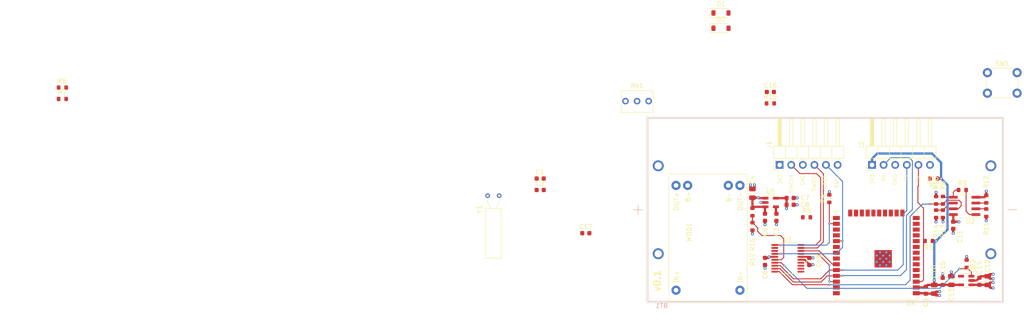
<source format=kicad_pcb>
(kicad_pcb (version 20221018) (generator pcbnew)
  (title_block (title "${Revision}") (date "2024-01-31") (company "WIFI meter pulse counter"))
  (layers (0 "F.Cu" signal) (1 "In1.Cu" signal) (2 "In2.Cu" signal) (31 "B.Cu" signal) (34 "B.Paste" user) (35 "F.Paste" user) (36 "B.SilkS" user "B.Silkscreen") (37 "F.SilkS" user "F.Silkscreen") (38 "B.Mask" user) (39 "F.Mask" user) (44 "Edge.Cuts" user))
  (property "Revision" "0.1")
  (net 0 "")
  (net 1 "/OSC1")
  (net 2 "/OSC2")
  (net 3 "/V_SENS")
  (net 4 "/ESP32_E")
  (net 5 "/RX")
  (net 6 "/PULSE")
  (net 11 "/SCL")
  (net 12 "/SDA")
  (net 13 "/TX")
  (net 14 "/BOOT0")
  (net 15 "/NRST")
  (net 16 "+3V3")
  (net 17 "GND")
  (net 18 "/SWDIO")
  (net 19 "/SWCLK")
  (net 20 "/IO00")
  (net 21 "/EN")
  (net 22 "+3.3VDAC")
  (net 24 "/SWO")
  (net 51 "Net-(U2B-+)")
  (net 52 "Net-(R9-Pad1)")
  (net 53 "Net-(U2A--)")
  (net 54 "Net-(U2A-+)")
  (net 55 "Net-(U2B--)")
  (net 56 "Net-(D1-A)")
  (net 57 "Net-(U5-BP)")
  (net 58 "VBUS")
  (net 59 "/EMITER")
  (net 60 "/B+")
  (net 61 "/B-")
  (footprint "RF_Module:ESP32-WROOM-32U" (layer "F.Cu") (at 179.9 79.41 180)
    (fp_text reference "U4")
    (fp_text value "ESP32-WROOM-32U")
  )
  (footprint "Resistor_SMD:R_0603_1608Metric" (layer "F.Cu") (at 199.7 81.2 -90)
    (fp_text reference "R2")
    (fp_text value "R0603_10k_1%_100mW_100PPM_AC")
  )
  (footprint "Resistor_SMD:R_0603_1608Metric" (layer "F.Cu") (at 204 70 -90)
    (fp_text reference "R11")
    (fp_text value "R0603_10k_1%_100mW_100PPM_AC")
  )
  (footprint "Resistor_SMD:R_0603_1608Metric" (layer "F.Cu") (at 164.61 71)
    (fp_text reference "R3")
    (fp_text value "R0603_10k_1%_100mW_100PPM_AC")
  )
  (footprint "Capacitor_SMD:C_0603_1608Metric" (layer "F.Cu") (at 158 71 -90)
    (fp_text reference "C3")
    (fp_text value "C0603_10nF_10V_X7R")
  )
  (footprint "Resistor_SMD:R_0603_1608Metric" (layer "F.Cu") (at 194.5 70.25 -90)
    (fp_text reference "R13")
    (fp_text value "R0603_180k_1%_100mW_100PPM_AC")
  )
  (footprint "Capacitor_SMD:C_0603_1608Metric" (layer "F.Cu") (at 161 66.75)
    (fp_text reference "C7")
    (fp_text value "C0603_100nF_16V_X7R")
  )
  (footprint "Capacitor_SMD:C_0805_2012Metric" (layer "F.Cu") (at 204.3 84.9 90)
    (fp_text reference "C12")
    (fp_text value "C0805_10µF_10V_X7R")
  )
  (footprint "Resistor_SMD:R_0603_1608Metric" (layer "F.Cu") (at 152.75 73 -90)
    (fp_text reference "R17")
    (fp_text value "R0603_100k_1%_100mW_100PPM_AC")
  )
  (footprint "Capacitor_SMD:C_0603_1608Metric" (layer "F.Cu") (at 106.225 62.49)
    (fp_text reference "C1")
    (fp_text value "C0603_10pF_10V_X7R")
  )
  (footprint "Capacitor_SMD:C_0805_2012Metric" (layer "F.Cu") (at 152.75 65.75 90)
    (fp_text reference "C4")
    (fp_text value "C0805_1µF_10V_X7R")
  )
  (footprint "Resistor_SMD:R_0603_1608Metric" (layer "F.Cu") (at 156.675 46)
    (fp_text reference "R15")
    (fp_text value "R0603_100k_1%_100mW_100PPM_AC")
  )
  (footprint "Connector_PinHeader_2.54mm:PinHeader_1x06_P2.54mm_Horizontal" (layer "F.Cu") (at 158.71 59.5 90)
    (fp_text reference "J1")
    (fp_text value "Conn_01x06_Pin")
  )
  (footprint "Capacitor_SMD:C_0603_1608Metric" (layer "F.Cu") (at 161 68.25)
    (fp_text reference "C8")
    (fp_text value "C0603_2.2µF_10V_X7R")
  )
  (footprint "Resistor_SMD:R_0603_1608Metric" (layer "F.Cu") (at 169.6 66.9 90)
    (fp_text reference "R4")
    (fp_text value "R0603_10k_1%_100mW_100PPM_AC")
  )
  (footprint "Resistor_SMD:R_0603_1608Metric" (layer "F.Cu") (at 192.5 62.5 180)
    (fp_text reference "R1")
    (fp_text value "R0603_10k_1%_100mW_100PPM_AC")
  )
  (footprint "Capacitor_SMD:C_0603_1608Metric" (layer "F.Cu") (at 196.75 72.75 -90)
    (fp_text reference "C11")
    (fp_text value "C0603_100nF_16V_X7R")
  )
  (footprint "Capacitor_SMD:C_0603_1608Metric" (layer "F.Cu") (at 190.75 87 -90)
    (fp_text reference "C9")
    (fp_text value "C0603_100nF_16V_X7R")
  )
  (footprint "Package_TO_SOT_SMD:SOT-23-5" (layer "F.Cu") (at 199.6 84.875 180)
    (fp_text reference "U3")
    (fp_text value "XC6220B331MR")
  )
  (footprint "Potentiometer_THT:Potentiometer_Bourns_3266Y_Vertical" (layer "F.Cu") (at 130 45.5)
    (fp_text reference "RV1")
    (fp_text value "R_Potentiometer_Small")
  )
  (footprint "Package_TO_SOT_SMD:SOT-23-5" (layer "F.Cu") (at 156.75 67.75)
    (fp_text reference "U5")
    (fp_text value "LP2985-3.3")
  )
  (footprint "Capacitor_SMD:C_0603_1608Metric" (layer "F.Cu") (at 202.5 85.05 90)
    (fp_text reference "C14")
    (fp_text value "C0603_100nF_16V_X7R")
  )
  (footprint "Resistor_SMD:R_0603_1608Metric" (layer "F.Cu") (at 193 67.25 90)
    (fp_text reference "R10")
    (fp_text value "R0603_10k_1%_100mW_100PPM_AC")
  )
  (footprint "Resistor_SMD:R_0603_1608Metric" (layer "F.Cu") (at 204 67 90)
    (fp_text reference "R12")
    (fp_text value "R0603_100k_1%_100mW_100PPM_AC")
  )
  (footprint "Capacitor_SMD:C_0805_2012Metric" (layer "F.Cu") (at 192.6 86.8 -90)
    (fp_text reference "C10")
    (fp_text value "C0805_10µF_6.3V_X7R")
  )
  (footprint "Capacitor_SMD:C_0603_1608Metric" (layer "F.Cu") (at 155.5 71 -90)
    (fp_text reference "C5")
    (fp_text value "C0603_100nF_16V_X7R")
  )
  (footprint "Resistor_SMD:R_0603_1608Metric" (layer "F.Cu") (at 191.4 76.2 180)
    (fp_text reference "R5")
    (fp_text value "R0603_10k_1%_100mW_100PPM_AC")
  )
  (footprint "Capacitor_SMD:C_0805_2012Metric" (layer "F.Cu") (at 196.35 84.875 90)
    (fp_text reference "C13")
    (fp_text value "C0805_4.7µF_6.3V_X7R")
  )
  (footprint "Capacitor_SMD:C_0603_1608Metric" (layer "F.Cu") (at 156.675 43.49)
    (fp_text reference "C16")
    (fp_text value "C0603_1µF_6.3V_X7R")
  )
  (footprint "TP4056-Module:TP4056-Module" (layer "F.Cu") (at 151.605 89.505 90)
    (fp_text reference "MOD1")
    (fp_text value "TP4056 MODULE")
  )
  (footprint "Crystal:Crystal_AT310_D3.0mm_L10.0mm_Horizontal" (layer "F.Cu") (at 94.7 66.25)
    (fp_text reference "Y1")
    (fp_text value "Crystal")
  )
  (footprint "Package_SO:TSSOP-20_4.4x6.5mm_P0.65mm" (layer "F.Cu") (at 160.5 80)
    (fp_text reference "U1")
    (fp_text value "STM32L031F6Px")
  )
  (footprint "Package_SO:SOIC-8_3.9x4.9mm_P1.27mm" (layer "F.Cu") (at 199.25 68.5 180)
    (fp_text reference "U2")
    (fp_text value "LM2904")
  )
  (footprint "Resistor_SMD:R_0603_1608Metric" (layer "F.Cu") (at 1.505 45.025)
    (fp_text reference "R7")
    (fp_text value "R0603_4.7k_1%_100mW_100PPM_AC")
  )
  (footprint "Resistor_SMD:R_0603_1608Metric" (layer "F.Cu") (at 193 70.25 90)
    (fp_text reference "R14")
    (fp_text value "R0603_1.5M_1%_100mW_100PPM_RC")
  )
  (footprint "Resistor_SMD:R_0603_1608Metric" (layer "F.Cu") (at 198.75 65 180)
    (fp_text reference "R9")
    (fp_text value "R0603_10k_1%_100mW_100PPM_AC")
  )
  (footprint "Button_Switch_THT:SW_PUSH_6mm_H4.3mm" (layer "F.Cu") (at 204.25 39.25)
    (fp_text reference "SW1")
    (fp_text value "SW_Push")
  )
  (footprint "Capacitor_SMD:C_0603_1608Metric" (layer "F.Cu") (at 116.225 74.49)
    (fp_text reference "C17")
    (fp_text value "C0603_100nF_16V_X7R")
  )
  (footprint "Capacitor_SMD:C_0603_1608Metric" (layer "F.Cu") (at 194.45 85.075 90)
    (fp_text reference "C15")
    (fp_text value "C0603_100nF_16V_X7R")
  )
  (footprint "Resistor_SMD:R_0603_1608Metric" (layer "F.Cu") (at 152.75 69.825 -90)
    (fp_text reference "R16")
    (fp_text value "R0603_100k_1%_100mW_100PPM_AC")
  )
  (footprint "Capacitor_SMD:C_0603_1608Metric" (layer "F.Cu") (at 106.225 65)
    (fp_text reference "C2")
    (fp_text value "C0603_10pF_10V_X7R")
  )
  (footprint "Connector_PinHeader_2.54mm:PinHeader_1x06_P2.54mm_Horizontal" (layer "F.Cu") (at 178.96 59.5 90)
    (fp_text reference "J2")
    (fp_text value "Conn_01x06_Pin")
  )
  (footprint "Capacitor_SMD:C_0603_1608Metric" (layer "F.Cu") (at 155.5 80.675 -90)
    (fp_text reference "C6")
    (fp_text value "C0603_100nF_16V_X7R")
  )
  (footprint "Diode_SMD:D_SOD-123" (layer "F.Cu") (at 145.85 26.15)
    (fp_text reference "D1")
    (fp_text value "1N4148W")
  )
  (footprint "Resistor_SMD:R_0603_1608Metric" (layer "F.Cu") (at 1.505 42.515)
    (fp_text reference "R6")
    (fp_text value "R0603_4.7k_1%_100mW_100PPM_AC")
  )
  (footprint "Capacitor_SMD:C_0603_1608Metric" (layer "F.Cu") (at 165.2 80.7 90)
    (fp_text reference "C18")
    (fp_text value "C0603_100nF_16V_X7R")
  )
  (footprint "Resistor_SMD:R_0603_1608Metric" (layer "F.Cu") (at 194.5 67.25 -90)
    (fp_text reference "R8")
    (fp_text value "R0603_1.1M_1%_100mW_100PPM_RC")
  )
  (footprint "Diode_SMD:D_SOD-123" (layer "F.Cu") (at 145.85 29.5)
    (fp_text reference "D2")
    (fp_text value "1N4148W")
  )
  (footprint "BK-18650-PC4:BAT_BK-18650-PC4" (layer "B.Cu") (at 168.7 69.35)
    (fp_text reference "BT1")
    (fp_text value "BK-18650-PC4")
  )
  (gr_line (start 207.75 49) (end 207.75 89.75) (stroke (width 0.1)) (layer "Edge.Cuts"))
  (gr_line (start 129.5 89.75) (end 129.5 49) (stroke (width 0.1)) (layer "Edge.Cuts"))
  (gr_line (start 129.5 49) (end 207.75 49) (stroke (width 0.1)) (layer "Edge.Cuts"))
  (gr_line (start 207.75 89.75) (end 129.5 89.75) (stroke (width 0.1)) (layer "Edge.Cuts"))
  (gr_text "NRST" (at 168.75 61.75 90) (layer "F.SilkS") (effects (font (size 0.8 0.8) (thickness 0.1)) (justify right)))
  (gr_text "3V3" (at 179 61.5 90) (layer "F.SilkS") (effects (font (size 0.8 0.8) (thickness 0.1)) (justify right)))
  (gr_text "GND" (at 184 61.5 90) (layer "F.SilkS") (effects (font (size 0.8 0.8) (thickness 0.1)) (justify right)))
  (gr_text "TX" (at 186.5 61.5 90) (layer "F.SilkS") (effects (font (size 0.8 0.8) (thickness 0.1)) (justify right)))
  (gr_text "SWCLK" (at 161.25 61.5 90) (layer "F.SilkS") (effects (font (size 0.8 0.8) (thickness 0.1)) (justify right)))
  (gr_text "SWDIO" (at 166.25 61.5 90) (layer "F.SilkS") (effects (font (size 0.8 0.8) (thickness 0.1)) (justify right)))
  (gr_text "SWO" (at 171.25 62 90) (layer "F.SilkS") (effects (font (size 0.8 0.8) (thickness 0.1)) (justify right)))
  (gr_text "GND" (at 163.75 61.5 90) (layer "F.SilkS") (effects (font (size 0.8 0.8) (thickness 0.1)) (justify right)))
  (gr_text "IO0" (at 191.5 61.75 90) (layer "F.SilkS") (effects (font (size 0.8 0.8) (thickness 0.1)) (justify right)))
  (gr_text "RX" (at 181.5 61.5 90) (layer "F.SilkS") (effects (font (size 0.8 0.8) (thickness 0.1)) (justify right)))
  (gr_text "EN" (at 189 61.75 90) (layer "F.SilkS") (effects (font (size 0.8 0.8) (thickness 0.1)) (justify right)))
  (gr_text "3V3" (at 158.75 61.5 90) (layer "F.SilkS") (effects (font (size 0.8 0.8) (thickness 0.1)) (justify right)))
  (gr_text "v${Revision}" (at 132.75 87.5 90) (layer "F.SilkS") (effects (font (size 1.5 1.5) (thickness 0.3) bold) (justify left bottom)))
  (segment (start 152.75 70.65) (end 152.75 72.175) (width 0.2) (layer "F.Cu") (net 3))
  (segment (start 159.6 75.7) (end 158.9 75) (width 0.2) (layer "F.Cu") (net 3))
  (segment (start 159.075 80.325) (end 159.6 79.8) (width 0.2) (layer "F.Cu") (net 3))
  (segment (start 153.9 74.1) (end 153.9 73.325) (width 0.2) (layer "F.Cu") (net 3))
  (segment (start 157.6375 80.325) (end 159.075 80.325) (width 0.2) (layer "F.Cu") (net 3))
  (segment (start 158.9 75) (end 154.8 75) (width 0.2) (layer "F.Cu") (net 3))
  (segment (start 154.8 75) (end 153.9 74.1) (width 0.2) (layer "F.Cu") (net 3))
  (segment (start 153.9 73.325) (end 152.75 72.175) (width 0.2) (layer "F.Cu") (net 3))
  (segment (start 159.6 79.8) (end 159.6 75.7) (width 0.2) (layer "F.Cu") (net 3))
  (segment (start 200 82.3) (end 198.1 82.3) (width 0.2) (layer "F.Cu") (net 4))
  (segment (start 200.7375 83.0375) (end 200 82.3) (width 0.2) (layer "F.Cu") (net 4))
  (segment (start 200.7375 83.925) (end 200.7375 83.0375) (width 0.2) (layer "F.Cu") (net 4))
  (segment (start 159.075 80.975) (end 159.7 81.6) (width 0.2) (layer "F.Cu") (net 4))
  (segment (start 157.6375 80.975) (end 159.075 80.975) (width 0.2) (layer "F.Cu") (net 4))
  (via (at 159.7 81.6) (size 0.45) (drill 0.2) (layers "F.Cu" "B.Cu") (net 4))
  (via (at 198.1 82.3) (size 0.45) (drill 0.2) (layers "F.Cu" "B.Cu") (net 4))
  (segment (start 159.7 81.6) (end 164.7 86.6) (width 0.2) (layer "B.Cu") (net 4))
  (segment (start 164.7 86.6) (end 169.6 86.6) (width 0.2) (layer "B.Cu") (net 4))
  (segment (start 169.6 86.6) (end 193.8 86.6) (width 0.2) (layer "B.Cu") (net 4))
  (segment (start 193.8 86.6) (end 198.1 82.3) (width 0.2) (layer "B.Cu") (net 4))
  (segment (start 167.8 85.2) (end 169.145 83.855) (width 0.2) (layer "F.Cu") (net 5))
  (segment (start 172.445 83.855) (end 172.5 83.8) (width 0.2) (layer "F.Cu") (net 5))
  (segment (start 158.775 82.275) (end 161.7 85.2) (width 0.2) (layer "F.Cu") (net 5))
  (segment (start 169.145 83.855) (end 171.15 83.855) (width 0.2) (layer "F.Cu") (net 5))
  (segment (start 161.7 85.2) (end 167.8 85.2) (width 0.2) (layer "F.Cu") (net 5))
  (segment (start 157.6375 82.275) (end 158.775 82.275) (width 0.2) (layer "F.Cu") (net 5))
  (segment (start 171.15 83.855) (end 172.445 83.855) (width 0.2) (layer "F.Cu") (net 5))
  (via (at 172.5 83.8) (size 0.45) (drill 0.2) (layers "F.Cu" "B.Cu") (net 5))
  (segment (start 183.1 57.9) (end 181.5 59.5) (width 0.2) (layer "B.Cu") (net 5))
  (segment (start 186.5 70.6) (end 187.8 69.3) (width 0.2) (layer "B.Cu") (net 5))
  (segment (start 187.8 58.6) (end 187.1 57.9) (width 0.2) (layer "B.Cu") (net 5))
  (segment (start 187.8 69.3) (end 187.8 58.6) (width 0.2) (layer "B.Cu") (net 5))
  (segment (start 172.5 83.8) (end 185.2 83.8) (width 0.2) (layer "B.Cu") (net 5))
  (segment (start 187.1 57.9) (end 183.1 57.9) (width 0.2) (layer "B.Cu") (net 5))
  (segment (start 186.5 82.5) (end 186.5 70.6) (width 0.2) (layer "B.Cu") (net 5))
  (segment (start 185.2 83.8) (end 186.5 82.5) (width 0.2) (layer "B.Cu") (net 5))
  (segment (start 193 68.075) (end 191.625 68.075) (width 0.2) (layer "F.Cu") (net 6))
  (segment (start 197.865 69.135) (end 196.775 69.135) (width 0.2) (layer "F.Cu") (net 6))
  (segment (start 191.625 68.075) (end 191.6 68.1) (width 0.2) (layer "F.Cu") (net 6))
  (segment (start 198.5 67.75) (end 198.5 68.5) (width 0.2) (layer "F.Cu") (net 6))
  (segment (start 198 67.25) (end 198.5 67.75) (width 0.2) (layer "F.Cu") (net 6))
  (segment (start 158.625 82.925) (end 157.6375 82.925) (width 0.2) (layer "F.Cu") (net 6))
  (segment (start 169.6 85.8) (end 161.5 85.8) (width 0.2) (layer "F.Cu") (net 6))
  (segment (start 195.325 67.25) (end 198 67.25) (width 0.2) (layer "F.Cu") (net 6))
  (segment (start 161.5 85.8) (end 158.625 82.925) (width 0.2) (layer "F.Cu") (net 6))
  (segment (start 194.5 68.075) (end 195.325 67.25) (width 0.2) (layer "F.Cu") (net 6))
  (segment (start 194.5 68.075) (end 193 68.075) (width 0.2) (layer "F.Cu") (net 6))
  (segment (start 198.5 68.5) (end 197.865 69.135) (width 0.2) (layer "F.Cu") (net 6))
  (via (at 191.6 68.1) (size 0.45) (drill 0.2) (layers "F.Cu" "B.Cu") (net 6))
  (via (at 169.6 85.8) (size 0.45) (drill 0.2) (layers "F.Cu" "B.Cu") (net 6))
  (segment (start 187.3 84.8) (end 186.3 85.8) (width 0.2) (layer "B.Cu") (net 6))
  (segment (start 186.3 85.8) (end 169.6 85.8) (width 0.2) (layer "B.Cu") (net 6))
  (segment (start 191.6 68.1) (end 190 68.1) (width 0.2) (layer "B.Cu") (net 6))
  (segment (start 190 68.1) (end 187.3 70.8) (width 0.2) (layer "B.Cu") (net 6))
  (segment (start 187.3 70.8) (end 187.3 84.8) (width 0.2) (layer "B.Cu") (net 6))
  (segment (start 167.125 79.025) (end 163.3625 79.025) (width 0.2) (layer "F.Cu") (net 11))
  (segment (start 169.625 85.125) (end 171.15 85.125) (width 0.2) (layer "F.Cu") (net 11))
  (segment (start 169.6 81.5) (end 167.125 79.025) (width 0.2) (layer "F.Cu") (net 11))
  (segment (start 169.6 85.1) (end 169.625 85.125) (width 0.2) (layer "F.Cu") (net 11))
  (via (at 169.6 81.5) (size 0.45) (drill 0.2) (layers "F.Cu" "B.Cu") (net 11))
  (via (at 169.6 85.1) (size 0.45) (drill 0.2) (layers "F.Cu" "B.Cu") (net 11))
  (segment (start 169.6 81.5) (end 169.6 85.1) (width 0.2) (layer "B.Cu") (net 11))
  (segment (start 170.315 81.315) (end 167.375 78.375) (width 0.2) (layer "F.Cu") (net 12))
  (segment (start 171.15 81.315) (end 170.315 81.315) (width 0.2) (layer "F.Cu") (net 12))
  (segment (start 167.375 78.375) (end 163.3625 78.375) (width 0.2) (layer "F.Cu") (net 12))
  (segment (start 171.15 82.585) (end 169.6325 82.585) (width 0.2) (layer "F.Cu") (net 13))
  (segment (start 171.15 82.585) (end 172.485 82.585) (width 0.2) (layer "F.Cu") (net 13))
  (segment (start 161.75 84.5) (end 158.875 81.625) (width 0.2) (layer "F.Cu") (net 13))
  (segment (start 167.7175 84.5) (end 161.75 84.5) (width 0.2) (layer "F.Cu") (net 13))
  (segment (start 172.485 82.585) (end 172.5 82.6) (width 0.2) (layer "F.Cu") (net 13))
  (segment (start 169.6325 82.585) (end 167.7175 84.5) (width 0.2) (layer "F.Cu") (net 13))
  (segment (start 158.875 81.625) (end 157.6375 81.625) (width 0.2) (layer "F.Cu") (net 13))
  (via (at 172.5 82.6) (size 0.45) (drill 0.2) (layers "F.Cu" "B.Cu") (net 13))
  (segment (start 185.8 81.4) (end 185.8 70.3) (width 0.2) (layer "B.Cu") (net 13))
  (segment (start 185.8 70.3) (end 186.58 69.52) (width 0.2) (layer "B.Cu") (net 13))
  (segment (start 172.5 82.6) (end 184.6 82.6) (width 0.2) (layer "B.Cu") (net 13))
  (segment (start 184.6 82.6) (end 185.8 81.4) (width 0.2) (layer "B.Cu") (net 13))
  (segment (start 186.58 69.52) (end 186.58 59.5) (width 0.2) (layer "B.Cu") (net 13))
  (segment (start 158.875 77.075) (end 158.9 77.1) (width 0.2) (layer "F.Cu") (net 14))
  (segment (start 169.6 72.4) (end 169.6 67.725) (width 0.2) (layer "F.Cu") (net 14))
  (segment (start 157.6375 77.075) (end 158.875 77.075) (width 0.2) (layer "F.Cu") (net 14))
  (segment (start 171.125 72.4) (end 171.15 72.425) (width 0.2) (layer "F.Cu") (net 14))
  (segment (start 169.6 72.4) (end 171.125 72.4) (width 0.2) (layer "F.Cu") (net 14))
  (via (at 169.6 72.4) (size 0.45) (drill 0.2) (layers "F.Cu" "B.Cu") (net 14))
  (via (at 158.9 77.1) (size 0.45) (drill 0.2) (layers "F.Cu" "B.Cu") (net 14))
  (segment (start 169 77.1) (end 158.9 77.1) (width 0.2) (layer "B.Cu") (net 14))
  (segment (start 169.6 76.5) (end 169 77.1) (width 0.2) (layer "B.Cu") (net 14))
  (segment (start 169.6 72.4) (end 169.6 76.5) (width 0.2) (layer "B.Cu") (net 14))
  (segment (start 171.185 76.2) (end 171.15 76.235) (width 0.2) (layer "F.Cu") (net 15))
  (segment (start 172.5 76.2) (end 171.185 76.2) (width 0.2) (layer "F.Cu") (net 15))
  (segment (start 158.875 79.025) (end 158.9 79) (width 0.2) (layer "F.Cu") (net 15))
  (segment (start 157.6375 79.025) (end 158.875 79.025) (width 0.2) (layer "F.Cu") (net 15))
  (via (at 158.9 79) (size 0.45) (drill 0.2) (layers "F.Cu" "B.Cu") (net 15))
  (via (at 172.5 76.2) (size 0.45) (drill 0.2) (layers "F.Cu" "B.Cu") (net 15))
  (segment (start 172.51 63.14) (end 168.87 59.5) (width 0.2) (layer "B.Cu") (net 15))
  (segment (start 158.9 79) (end 171.1 79) (width 0.2) (layer "B.Cu") (net 15))
  (segment (start 172.5 76.2) (end 172.51 76.19) (width 0.2) (layer "B.Cu") (net 15))
  (segment (start 171.1 79) (end 172.5 77.6) (width 0.2) (layer "B.Cu") (net 15))
  (segment (start 172.5 77.6) (end 172.5 76.2) (width 0.2) (layer "B.Cu") (net 15))
  (segment (start 172.51 76.19) (end 172.51 63.14) (width 0.2) (layer "B.Cu") (net 15))
  (segment (start 160.225 69.075) (end 160.225 68.25) (width 0.5) (layer "F.Cu") (net 16))
  (segment (start 193 71.075) (end 193 72) (width 0.5) (layer "F.Cu") (net 16))
  (segment (start 156.2 79.9) (end 156.4 79.7) (width 0.5) (layer "F.Cu") (net 16))
  (segment (start 199.7 80.375) (end 199.7 79.6) (width 0.5) (layer "F.Cu") (net 16))
  (segment (start 197.975 71.975) (end 198 72) (width 0.5) (layer "F.Cu") (net 16))
  (segment (start 163.3625 79.675) (end 164.95 79.675) (width 0.4) (layer "F.Cu") (net 16))
  (segment (start 156.425 79.675) (end 156.4 79.7) (width 0.5) (layer "F.Cu") (net 16))
  (segment (start 165.975 79.925) (end 166 79.9) (width 0.4) (layer "F.Cu") (net 16))
  (segment (start 196.775 70.405) (end 196.775 71.95) (width 0.5) (layer "F.Cu") (net 16))
  (segment (start 157.8875 66.8) (end 160.175 66.8) (width 0.5) (layer "F.Cu") (net 16))
  (segment (start 160.175 66.8) (end 160.225 66.75) (width 0.5) (layer "F.Cu") (net 16))
  (segment (start 164.95 79.675) (end 165.2 79.925) (width 0.4) (layer "F.Cu") (net 16))
  (segment (start 196.75 71.975) (end 197.975 71.975) (width 0.5) (layer "F.Cu") (net 16))
  (segment (start 165.2 79.925) (end 165.975 79.925) (width 0.5) (layer "F.Cu") (net 16))
  (segment (start 157.6375 79.675) (end 156.425 79.675) (width 0.4) (layer "F.Cu") (net 16))
  (segment (start 160.225 66.75) (end 160.225 68.25) (width 0.5) (layer "F.Cu") (net 16))
  (segment (start 155.5 79.9) (end 156.2 79.9) (width 0.5) (layer "F.Cu") (net 16))
  (segment (start 196.775 71.95) (end 196.75 71.975) (width 0.5) (layer "F.Cu") (net 16))
  (via (at 193 72) (size 0.65) (drill 0.3) (layers "F.Cu" "B.Cu") (net 16))
  (via (at 198 72) (size 0.65) (drill 0.3) (layers "F.Cu" "B.Cu") (net 16))
  (via (at 156.4 79.7) (size 0.65) (drill 0.3) (layers "F.Cu" "B.Cu") (net 16))
  (via (at 199.7 79.6) (size 0.65) (drill 0.3) (layers "F.Cu" "B.Cu") (net 16))
  (via (at 166 79.9) (size 0.65) (drill 0.3) (layers "F.Cu" "B.Cu") (net 16))
  (via (at 160.225 69.075) (size 0.65) (drill 0.3) (layers "F.Cu" "B.Cu") (net 16))
  (segment (start 202.5 84.275) (end 202.825 83.95) (width 0.5) (layer "F.Cu") (net 17))
  (segment (start 193 88.15) (end 193.75 88.15) (width 0.5) (layer "F.Cu") (net 17))
  (segment (start 196.35 83) (end 196.35 83.925) (width 0.5) (layer "F.Cu") (net 17))
  (segment (start 192.6 87.75) (end 190.775 87.75) (width 0.5) (layer "F.Cu") (net 17))
  (segment (start 190.775 87.75) (end 190.75 87.775) (width 0.5) (layer "F.Cu") (net 17))
  (segment (start 153.2 64.35) (end 152.75 64.8) (width 0.5) (layer "F.Cu") (net 17))
  (segment (start 155.5 71.775) (end 155.5 72.6) (width 0.5) (layer "F.Cu") (net 17))
  (segment (start 204.85 84.5) (end 204.3 83.95) (width 0.5) (layer "F.Cu") (net 17))
  (segment (start 201.725 66.595) (end 203.58 66.595) (width 0.5) (layer "F.Cu") (net 17))
  (segment (start 152.3 63.9) (end 152.3 64.35) (width 0.5) (layer "F.Cu") (net 17))
  (segment (start 165.2 81.3) (end 165.2 81.475) (width 0.4) (layer "F.Cu") (net 17))
  (segment (start 193.05 87.3) (end 192.6 87.75) (width 0.5) (layer "F.Cu") (net 17))
  (segment (start 201.9 84.875) (end 202.5 84.275) (width 0.5) (layer "F.Cu") (net 17))
  (segment (start 154.6 67.75) (end 155.6125 67.75) (width 0.5) (layer "F.Cu") (net 17))
  (segment (start 190.64 87.665) (end 190.75 87.775) (width 0.5) (layer "F.Cu") (net 17))
  (segment (start 169.6 66.075) (end 169.6 65.4) (width 0.5) (layer "F.Cu") (net 17))
  (segment (start 192.6 87.75) (end 193 88.15) (width 0.5) (layer "F.Cu") (net 17))
  (segment (start 155.5 81.45) (end 155.5 82.175) (width 0.5) (layer "F.Cu") (net 17))
  (segment (start 152.3 64.35) (end 152.75 64.8) (width 0.5) (layer "F.Cu") (net 17))
  (segment (start 163.3625 80.325) (end 164.225 80.325) (width 0.4) (layer "F.Cu") (net 17))
  (segment (start 204 70.825) (end 204 71.75) (width 0.5) (layer "F.Cu") (net 17))
  (segment (start 152.75 74.65) (end 152.75 73.825) (width 0.5) (layer "F.Cu") (net 17))
  (segment (start 193 66.425) (end 193 65.5) (width 0.5) (layer "F.Cu") (net 17))
  (segment (start 204.75 83.5) (end 205.5 83.5) (width 0.5) (layer "F.Cu") (net 17))
  (segment (start 193.8 87.3) (end 193.05 87.3) (width 0.5) (layer "F.Cu") (net 17))
  (segment (start 162.55 68.25) (end 161.775 68.25) (width 0.5) (layer "F.Cu") (net 17))
  (segment (start 200.7375 84.875) (end 201.9 84.875) (width 0.5) (layer "F.Cu") (net 17))
  (segment (start 202.825 83.95) (end 204.3 83.95) (width 0.5) (layer "F.Cu") (net 17))
  (segment (start 194.45 83.4) (end 194.45 84.3) (width 0.5) (layer "F.Cu") (net 17))
  (segment (start 158 71.775) (end 158 72.6) (width 0.5) (layer "F.Cu") (net 17))
  (segment (start 162.55 66.75) (end 161.775 66.75) (width 0.5) (layer "F.Cu") (net 17))
  (segment (start 165.925 81.475) (end 166 81.4) (width 0.5) (layer "F.Cu") (net 17))
  (segment (start 196.75 73.525) (end 196.75 74.5) (width 0.5) (layer "F.Cu") (net 17))
  (segment (start 188.65 87.665) (end 190.64 87.665) (width 0.5) (layer "F.Cu") (net 17))
  (segment (start 203.58 66.595) (end 204 66.175) (width 0.5) (layer "F.Cu") (net 17))
  (segment (start 153.2 63.9) (end 153.2 64.35) (width 0.5) (layer "F.Cu") (net 17))
  (segment (start 204.3 83.95) (end 204.75 83.5) (width 0.5) (layer "F.Cu") (net 17))
  (segment (start 165.2 81.475) (end 165.925 81.475) (width 0.5) (layer "F.Cu") (net 17))
  (segment (start 164.225 80.325) (end 165.2 81.3) (width 0.4) (layer "F.Cu") (net 17))
  (segment (start 194.5 71.075) (end 194.5 72) (width 0.5) (layer "F.Cu") (net 17))
  (segment (start 204 66.175) (end 204 65.25) (width 0.5) (layer "F.Cu") (net 17))
  (segment (start 205.5 84.5) (end 204.85 84.5) (width 0.5) (layer "F.Cu") (net 17))
  (via (at 193.8 87.3) (size 0.65) (drill 0.3) (layers "F.Cu" "B.Cu") (net 17))
  (via (at 162.55 68.25) (size 0.65) (drill 0.3) (layers "F.Cu" "B.Cu") (net 17))
  (via (at 194.45 83.4) (size 0.65) (drill 0.3) (layers "F.Cu" "B.Cu") (net 17))
  (via (at 152.3 63.9) (size 0.65) (drill 0.3) (layers "F.Cu" "B.Cu") (net 17))
  (via (at 153.2 63.9) (size 0.65) (drill 0.3) (layers "F.Cu" "B.Cu") (net 17))
  (via (at 155.5 72.6) (size 0.65) (drill 0.3) (layers "F.Cu" "B.Cu") (net 17))
  (via (at 162.55 66.75) (size 0.65) (drill 0.3) (layers "F.Cu" "B.Cu") (net 17))
  (via (at 204 71.75) (size 0.65) (drill 0.3) (layers "F.Cu" "B.Cu") (net 17))
  (via (at 158 72.6) (size 0.65) (drill 0.3) (layers "F.Cu" "B.Cu") (net 17))
  (via (at 154.6 67.75) (size 0.65) (drill 0.3) (layers "F.Cu" "B.Cu") (net 17))
  (via (at 204 65.25) (size 0.65) (drill 0.3) (layers "F.Cu" "B.Cu") (net 17))
  (via (at 196.35 83) (size 0.65) (drill 0.3) (layers "F.Cu" "B.Cu") (net 17))
  (via (at 155.5 82.175) (size 0.65) (drill 0.3) (layers "F.Cu" "B.Cu") (net 17))
  (via (at 205.5 84.5) (size 0.65) (drill 0.3) (layers "F.Cu" "B.Cu") (net 17))
  (via (at 205.5 83.5) (size 0.65) (drill 0.3) (layers "F.Cu" "B.Cu") (net 17))
  (via (at 193 65.5) (size 0.65) (drill 0.3) (layers "F.Cu" "B.Cu") (net 17))
  (via (at 196.75 74.5) (size 0.65) (drill 0.3) (layers "F.Cu" "B.Cu") (net 17))
  (via (at 169.6 65.4) (size 0.65) (drill 0.3) (layers "F.Cu" "B.Cu") (net 17))
  (via (at 152.75 74.65) (size 0.65) (drill 0.3) (layers "F.Cu" "B.Cu") (net 17))
  (via (at 166 81.4) (size 0.65) (drill 0.3) (layers "F.Cu" "B.Cu") (net 17))
  (via (at 194.5 72) (size 0.65) (drill 0.3) (layers "F.Cu" "B.Cu") (net 17))
  (via (at 193.75 88.15) (size 0.65) (drill 0.3) (layers "F.Cu" "B.Cu") (net 17))
  (segment (start 163.3625 77.725) (end 166.975 77.725) (width 0.2) (layer "F.Cu") (net 18))
  (segment (start 168.3 61.47) (end 166.33 59.5) (width 0.2) (layer "F.Cu") (net 18))
  (segment (start 166.975 77.725) (end 168.3 76.4) (width 0.2) (layer "F.Cu") (net 18))
  (segment (start 168.3 76.4) (end 168.3 61.47) (width 0.2) (layer "F.Cu") (net 18))
  (segment (start 163.3625 77.075) (end 166.625 77.075) (width 0.2) (layer "F.Cu") (net 19))
  (segment (start 167.7 76) (end 167.7 62.3) (width 0.2) (layer "F.Cu") (net 19))
  (segment (start 167.7 62.3) (end 166.8 61.4) (width 0.2) (layer "F.Cu") (net 19))
  (segment (start 166.625 77.075) (end 167.7 76) (width 0.2) (layer "F.Cu") (net 19))
  (segment (start 163.15 61.4) (end 161.25 59.5) (width 0.2) (layer "F.Cu") (net 19))
  (segment (start 166.8 61.4) (end 163.15 61.4) (width 0.2) (layer "F.Cu") (net 19))
  (segment (start 188.65 85.125) (end 189.875 85.125) (width 0.2) (layer "F.Cu") (net 21))
  (segment (start 189.01 67.76) (end 190.25 69) (width 0.2) (layer "F.Cu") (net 21))
  (segment (start 189.12 64.14) (end 189.01 64.25) (width 0.2) (layer "F.Cu") (net 21))
  (segment (start 190.25 79.5) (end 190.25 69) (width 0.2) (layer "F.Cu") (net 21))
  (segment (start 190.25 84.75) (end 190.25 79.5) (width 0.2) (layer "F.Cu") (net 21))
  (segment (start 189.875 85.125) (end 190.25 84.75) (width 0.2) (layer "F.Cu") (net 21))
  (segment (start 189.12 59.5) (end 189.12 64.14) (width 0.2) (layer "F.Cu") (net 21))
  (segment (start 189.01 64.25) (end 189.01 67.76) (width 0.2) (layer "F.Cu") (net 21))
  (segment (start 194.475 85.825) (end 194.45 85.85) (width 0.5) (layer "F.Cu") (net 22))
  (segment (start 198.4625 85.825) (end 194.475 85.825) (width 0.5) (layer "F.Cu") (net 22))
  (segment (start 193 76.2) (end 192.5 76.2) (width 0.5) (layer "F.Cu") (net 22))
  (segment (start 194.1 62.5) (end 193.325 62.5) (width 0.5) (layer "F.Cu") (net 22))
  (segment (start 191.125 85.85) (end 192.6 85.85) (width 0.5) (layer "F.Cu") (net 22))
  (segment (start 192.5 76.2) (end 192.225 76.2) (width 0.5) (layer "F.Cu") (net 22))
  (segment (start 190.58 86.395) (end 190.75 86.225) (width 0.5) (layer "F.Cu") (net 22))
  (segment (start 192.6 85.85) (end 192.6 84.8) (width 0.5) (layer "F.Cu") (net 22))
  (segment (start 188.65 86.395) (end 190.58 86.395) (width 0.5) (layer "F.Cu") (net 22))
  (segment (start 192.6 85.85) (end 194.45 85.85) (width 0.5) (layer "F.Cu") (net 22))
  (segment (start 190.75 86.225) (end 191.125 85.85) (width 0.5) (layer "F.Cu") (net 22))
  (via (at 193 76.2) (size 0.65) (drill 0.3) (layers "F.Cu" "B.Cu") (net 22))
  (via (at 194.1 62.5) (size 0.65) (drill 0.3) (layers "F.Cu" "B.Cu") (net 22))
  (via (at 192.6 84.8) (size 0.65) (drill 0.3) (layers "F.Cu" "B.Cu") (net 22))
  (segment (start 193 76.2) (end 195.5 73.7) (width 0.5) (layer "B.Cu") (net 22))
  (segment (start 180.1 57) (end 178.96 58.14) (width 0.5) (layer "B.Cu") (net 22))
  (segment (start 195.5 73.7) (end 195.5 63.9) (width 0.5) (layer "B.Cu") (net 22))
  (segment (start 192.1 57) (end 180.1 57) (width 0.5) (layer "B.Cu") (net 22))
  (segment (start 192.6 76.6) (end 192.6 84.8) (width 0.5) (layer "B.Cu") (net 22))
  (segment (start 194.1 59) (end 192.1 57) (width 0.5) (layer "B.Cu") (net 22))
  (segment (start 195.5 63.9) (end 194.1 62.5) (width 0.5) (layer "B.Cu") (net 22))
  (segment (start 193 76.2) (end 192.6 76.6) (width 0.5) (layer "B.Cu") (net 22))
  (segment (start 194.1 62.5) (end 194.1 59) (width 0.5) (layer "B.Cu") (net 22))
  (segment (start 178.96 58.14) (end 178.96 59.5) (width 0.5) (layer "B.Cu") (net 22))
  (segment (start 197.25 65) (end 196.775 65.475) (width 0.2) (layer "F.Cu") (net 51))
  (segment (start 194.67 66.595) (end 194.5 66.425) (width 0.2) (layer "F.Cu") (net 51))
  (segment (start 196.775 66.595) (end 194.67 66.595) (width 0.2) (layer "F.Cu") (net 51))
  (segment (start 197.925 65) (end 197.25 65) (width 0.2) (layer "F.Cu") (net 51))
  (segment (start 196.775 65.475) (end 196.775 66.595) (width 0.2) (layer "F.Cu") (net 51))
  (segment (start 199.575 69.675) (end 199.575 65) (width 0.2) (layer "F.Cu") (net 52))
  (segment (start 201.725 70.405) (end 200.305 70.405) (width 0.2) (layer "F.Cu") (net 52))
  (segment (start 200.305 70.405) (end 199.575 69.675) (width 0.2) (layer "F.Cu") (net 52))
  (segment (start 203.96 69.135) (end 204 69.175) (width 0.2) (layer "F.Cu") (net 53))
  (segment (start 201.725 69.135) (end 203.96 69.135) (width 0.2) (layer "F.Cu") (net 53))
  (segment (start 201.725 67.865) (end 203.96 67.865) (width 0.2) (layer "F.Cu") (net 54))
  (segment (start 203.96 67.865) (end 204 67.825) (width 0.2) (layer "F.Cu") (net 54))
  (segment (start 196.775 67.865) (end 196.06 67.865) (width 0.2) (layer "F.Cu") (net 55))
  (segment (start 196.06 67.865) (end 194.5 69.425) (width 0.2) (layer "F.Cu") (net 55))
  (segment (start 193 69.425) (end 194.5 69.425) (width 0.2) (layer "F.Cu") (net 55))
  (segment (start 157.8875 70.1125) (end 158 70.225) (width 0.5) (layer "F.Cu") (net 57))
  (segment (start 157.8875 68.7) (end 157.8875 70.1125) (width 0.5) (layer "F.Cu") (net 57))
  (segment (start 205.5 85.300003) (end 204.849997 85.300003) (width 0.5) (layer "F.Cu") (net 58))
  (segment (start 154.1 66.8) (end 154 66.7) (width 0.5) (layer "F.Cu") (net 58))
  (segment (start 204.95 86.5) (end 204.3 85.85) (width 0.5) (layer "F.Cu") (net 58))
  (segment (start 153.05 68.7) (end 152.75 69) (width 0.5) (layer "F.Cu") (net 58))
  (segment (start 155.5 68.8125) (end 155.6125 68.7) (width 0.5) (layer "F.Cu") (net 58))
  (segment (start 155.5 70.225) (end 155.5 68.8125) (width 0.5) (layer "F.Cu") (net 58))
  (segment (start 204.275 85.825) (end 204.3 85.85) (width 0.5) (layer "F.Cu") (net 58))
  (segment (start 152.75 66.7) (end 154 66.7) (width 0.5) (layer "F.Cu") (net 58))
  (segment (start 152.75 66.7) (end 152.75 69) (width 0.5) (layer "F.Cu") (net 58))
  (segment (start 205.5 86.5) (end 204.95 86.5) (width 0.5) (layer "F.Cu") (net 58))
  (segment (start 155.6125 68.7) (end 153.05 68.7) (width 0.5) (layer "F.Cu") (net 58))
  (segment (start 155.6125 66.8) (end 154.1 66.8) (width 0.5) (layer "F.Cu") (net 58))
  (segment (start 204.849997 85.300003) (end 204.3 85.85) (width 0.5) (layer "F.Cu") (net 58))
  (segment (start 200.7375 85.825) (end 204.275 85.825) (width 0.5) (layer "F.Cu") (net 58))
  (via (at 205.5 86.5) (size 0.65) (drill 0.3) (layers "F.Cu" "B.Cu") (net 58))
  (via (at 205.5 85.300003) (size 0.65) (drill 0.3) (layers "F.Cu" "B.Cu") (net 58))
  (via (at 154 66.7) (size 0.65) (drill 0.3) (layers "F.Cu" "B.Cu") (net 58))
)
</source>
